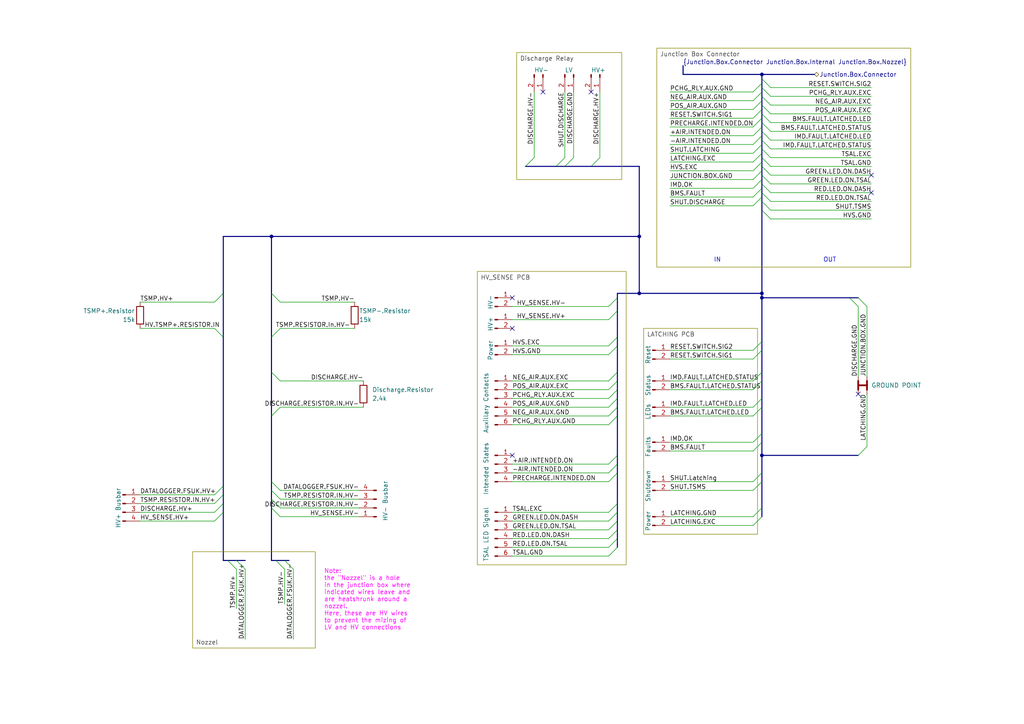
<source format=kicad_sch>
(kicad_sch (version 20230121) (generator eeschema)
  (paper "A4")
  (lib_symbols
    (symbol "Connector:Conn_01x02_Pin" (pin_names (offset 1.016) hide)
      (property "Reference" "J" (at 0 2.54 0))
      (property "Value" "Conn_01x02_Pin" (at 0 -5.08 0))
      (symbol "Conn_01x02_Pin_1_1"
        (polyline (pts (xy 1.27 -2.54) (xy 0.8636 -2.54)) (stroke (width 0.1524)))
        (polyline (pts (xy 1.27 0) (xy 0.8636 0)) (stroke (width 0.1524)))
        (rectangle (start 0.8636 -2.413) (end 0 -2.667) (stroke (width 0.1524)) (fill (type outline)))
        (rectangle (start 0.8636 0.127) (end 0 -0.127) (stroke (width 0.1524)) (fill (type outline)))
        (pin passive line (at 5.08 0 180) (length 3.81) (name "Pin_1") (number "1"))
        (pin passive line (at 5.08 -2.54 180) (length 3.81) (name "Pin_2") (number "2"))
      )
    )
    (symbol "Connector:Conn_01x04_Pin" (pin_names (offset 1.016) hide)
      (property "Reference" "J" (at 0 5.08 0))
      (property "Value" "Conn_01x04_Pin" (at 0 -7.62 0))
      (symbol "Conn_01x04_Pin_1_1"
        (polyline (pts (xy 1.27 -5.08) (xy 0.8636 -5.08)) (stroke (width 0.1524)))
        (polyline (pts (xy 1.27 -2.54) (xy 0.8636 -2.54)) (stroke (width 0.1524)))
        (polyline (pts (xy 1.27 0) (xy 0.8636 0)) (stroke (width 0.1524)))
        (polyline (pts (xy 1.27 2.54) (xy 0.8636 2.54)) (stroke (width 0.1524)))
        (rectangle (start 0.8636 -4.953) (end 0 -5.207) (stroke (width 0.1524)) (fill (type outline)))
        (rectangle (start 0.8636 -2.413) (end 0 -2.667) (stroke (width 0.1524)) (fill (type outline)))
        (rectangle (start 0.8636 0.127) (end 0 -0.127) (stroke (width 0.1524)) (fill (type outline)))
        (rectangle (start 0.8636 2.667) (end 0 2.413) (stroke (width 0.1524)) (fill (type outline)))
        (pin passive line (at 5.08 2.54 180) (length 3.81) (name "Pin_1") (number "1"))
        (pin passive line (at 5.08 0 180) (length 3.81) (name "Pin_2") (number "2"))
        (pin passive line (at 5.08 -2.54 180) (length 3.81) (name "Pin_3") (number "3"))
        (pin passive line (at 5.08 -5.08 180) (length 3.81) (name "Pin_4") (number "4"))
      )
    )
    (symbol "Connector:Conn_01x06_Pin" (pin_names (offset 1.016) hide)
      (property "Reference" "J" (at 0 7.62 0))
      (property "Value" "Conn_01x06_Pin" (at 0 -10.16 0))
      (symbol "Conn_01x06_Pin_1_1"
        (polyline (pts (xy 1.27 -7.62) (xy 0.8636 -7.62)) (stroke (width 0.1524)))
        (polyline (pts (xy 1.27 -5.08) (xy 0.8636 -5.08)) (stroke (width 0.1524)))
        (polyline (pts (xy 1.27 -2.54) (xy 0.8636 -2.54)) (stroke (width 0.1524)))
        (polyline (pts (xy 1.27 0) (xy 0.8636 0)) (stroke (width 0.1524)))
        (polyline (pts (xy 1.27 2.54) (xy 0.8636 2.54)) (stroke (width 0.1524)))
        (polyline (pts (xy 1.27 5.08) (xy 0.8636 5.08)) (stroke (width 0.1524)))
        (rectangle (start 0.8636 -7.493) (end 0 -7.747) (stroke (width 0.1524)) (fill (type outline)))
        (rectangle (start 0.8636 -4.953) (end 0 -5.207) (stroke (width 0.1524)) (fill (type outline)))
        (rectangle (start 0.8636 -2.413) (end 0 -2.667) (stroke (width 0.1524)) (fill (type outline)))
        (rectangle (start 0.8636 0.127) (end 0 -0.127) (stroke (width 0.1524)) (fill (type outline)))
        (rectangle (start 0.8636 2.667) (end 0 2.413) (stroke (width 0.1524)) (fill (type outline)))
        (rectangle (start 0.8636 5.207) (end 0 4.953) (stroke (width 0.1524)) (fill (type outline)))
        (pin passive line (at 5.08 5.08 180) (length 3.81) (name "Pin_1") (number "1"))
        (pin passive line (at 5.08 2.54 180) (length 3.81) (name "Pin_2") (number "2"))
        (pin passive line (at 5.08 0 180) (length 3.81) (name "Pin_3") (number "3"))
        (pin passive line (at 5.08 -2.54 180) (length 3.81) (name "Pin_4") (number "4"))
        (pin passive line (at 5.08 -5.08 180) (length 3.81) (name "Pin_5") (number "5"))
        (pin passive line (at 5.08 -7.62 180) (length 3.81) (name "Pin_6") (number "6"))
      )
    )
    (symbol "Device:NetTie_4" (pin_numbers hide) (pin_names (offset 0) hide) (in_bom no)
      (property "Reference" "NT" (at 0 1.27 0))
      (property "Value" "NetTie_4" (at 0 -3.81 0))
      (symbol "NetTie_4_0_1"
        (polyline (pts (xy -1.27 -2.54) (xy 1.27 -2.54)) (stroke (width 0.508)))
        (polyline (pts (xy -1.27 0) (xy 1.27 0)) (stroke (width 0.508)))
        (polyline (pts (xy 0 -2.54) (xy 0 0)) (stroke (width 0.508)))
      )
      (symbol "NetTie_4_1_1"
        (pin passive line (at -2.54 0 0) (length 2.54) (name "1") (number "1"))
        (pin passive line (at 2.54 0 180) (length 2.54) (name "2") (number "2"))
        (pin passive line (at -2.54 -2.54 0) (length 2.54) (name "3") (number "3"))
        (pin passive line (at 2.54 -2.54 180) (length 2.54) (name "4") (number "4"))
      )
    )
    (symbol "Device:R" (pin_numbers hide) (pin_names (offset 0))
      (property "Reference" "R" (at 2.032 0 90))
      (property "Value" "R" (at 0 0 90))
      (symbol "R_0_1"
        (rectangle (start -1.016 -2.54) (end 1.016 2.54) (stroke (width 0.254)))
      )
      (symbol "R_1_1"
        (pin passive line (at 0 3.81 270) (length 1.27) (name "~") (number "1"))
        (pin passive line (at 0 -3.81 90) (length 1.27) (name "~") (number "2"))
      )
    )
  )
  (junction (at 78.74 68.58))
  (junction (at 220.98 132.08))
  (junction (at 220.98 86.36))
  (junction (at 220.98 21.59))
  (junction (at 220.98 85.09))
  (junction (at 185.42 68.58))
  (junction (at 185.42 85.09))
  (no_connect (at 148.59 132.08))
  (no_connect (at 148.59 86.36))
  (no_connect (at 248.92 114.3))
  (no_connect (at 148.59 95.25))
  (no_connect (at 252.73 50.8))
  (no_connect (at 252.73 55.88))
  (no_connect (at 157.48 26.67))
  (no_connect (at 171.45 26.67))
  (bus_entry (at 220.98 43.18) (size 2.54 2.54))
  (bus_entry (at 64.77 85.09) (size -2.54 2.54))
  (bus_entry (at 179.07 120.65) (size -2.54 2.54))
  (bus_entry (at 179.07 151.13) (size -2.54 2.54))
  (bus_entry (at 220.98 57.15) (size -2.54 2.54))
  (bus_entry (at 179.07 100.33) (size -2.54 2.54))
  (bus_entry (at 179.07 153.67) (size -2.54 2.54))
  (bus_entry (at 179.07 86.36) (size -2.54 2.54))
  (bus_entry (at 220.98 41.91) (size -2.54 2.54))
  (bus_entry (at 220.98 139.7) (size -2.54 2.54))
  (bus_entry (at 179.07 134.62) (size -2.54 2.54))
  (bus_entry (at 179.07 113.03) (size -2.54 2.54))
  (bus_entry (at 220.98 125.73) (size -2.54 2.54))
  (bus_entry (at 220.98 22.86) (size 2.54 2.54))
  (bus_entry (at 220.98 118.11) (size -2.54 2.54))
  (bus_entry (at 78.74 85.09) (size 2.54 2.54))
  (bus_entry (at 64.77 143.51) (size -2.54 2.54))
  (bus_entry (at 80.01 162.56) (size 2.54 2.54))
  (bus_entry (at 220.98 34.29) (size -2.54 2.54))
  (bus_entry (at 78.74 120.65) (size 2.54 -2.54))
  (bus_entry (at 82.55 162.56) (size 2.54 2.54))
  (bus_entry (at 220.98 44.45) (size -2.54 2.54))
  (bus_entry (at 220.98 149.86) (size -2.54 2.54))
  (bus_entry (at 220.98 29.21) (size -2.54 2.54))
  (bus_entry (at 220.98 107.95) (size -2.54 2.54))
  (bus_entry (at 64.77 148.59) (size -2.54 2.54))
  (bus_entry (at 163.83 48.26) (size 2.54 -2.54))
  (bus_entry (at 220.98 33.02) (size 2.54 2.54))
  (bus_entry (at 220.98 49.53) (size -2.54 2.54))
  (bus_entry (at 220.98 48.26) (size 2.54 2.54))
  (bus_entry (at 179.07 132.08) (size -2.54 2.54))
  (bus_entry (at 179.07 137.16) (size -2.54 2.54))
  (bus_entry (at 179.07 90.17) (size -2.54 2.54))
  (bus_entry (at 179.07 97.79) (size -2.54 2.54))
  (bus_entry (at 220.98 26.67) (size -2.54 2.54))
  (bus_entry (at 218.44 34.29) (size 2.54 -2.54))
  (bus_entry (at 64.77 97.79) (size -2.54 -2.54))
  (bus_entry (at 68.58 162.56) (size 2.54 2.54))
  (bus_entry (at 220.98 27.94) (size 2.54 2.54))
  (bus_entry (at 220.98 99.06) (size -2.54 2.54))
  (bus_entry (at 64.77 140.97) (size -2.54 2.54))
  (bus_entry (at 220.98 50.8) (size 2.54 2.54))
  (bus_entry (at 248.92 86.36) (size 2.54 2.54))
  (bus_entry (at 78.74 147.32) (size 2.54 2.54))
  (bus_entry (at 152.4 48.26) (size 2.54 -2.54))
  (bus_entry (at 179.07 118.11) (size -2.54 2.54))
  (bus_entry (at 64.77 146.05) (size -2.54 2.54))
  (bus_entry (at 246.38 86.36) (size 2.54 2.54))
  (bus_entry (at 248.92 132.08) (size 2.54 -2.54))
  (bus_entry (at 220.98 53.34) (size 2.54 2.54))
  (bus_entry (at 220.98 60.96) (size 2.54 2.54))
  (bus_entry (at 220.98 55.88) (size 2.54 2.54))
  (bus_entry (at 179.07 107.95) (size -2.54 2.54))
  (bus_entry (at 179.07 158.75) (size -2.54 2.54))
  (bus_entry (at 220.98 38.1) (size 2.54 2.54))
  (bus_entry (at 220.98 30.48) (size 2.54 2.54))
  (bus_entry (at 220.98 45.72) (size 2.54 2.54))
  (bus_entry (at 220.98 115.57) (size -2.54 2.54))
  (bus_entry (at 220.98 39.37) (size -2.54 2.54))
  (bus_entry (at 220.98 110.49) (size -2.54 2.54))
  (bus_entry (at 179.07 115.57) (size -2.54 2.54))
  (bus_entry (at 220.98 40.64) (size 2.54 2.54))
  (bus_entry (at 220.98 46.99) (size -2.54 2.54))
  (bus_entry (at 220.98 35.56) (size 2.54 2.54))
  (bus_entry (at 220.98 137.16) (size -2.54 2.54))
  (bus_entry (at 78.74 139.7) (size 2.54 2.54))
  (bus_entry (at 220.98 101.6) (size -2.54 2.54))
  (bus_entry (at 78.74 144.78) (size 2.54 2.54))
  (bus_entry (at 220.98 36.83) (size -2.54 2.54))
  (bus_entry (at 220.98 128.27) (size -2.54 2.54))
  (bus_entry (at 179.07 156.21) (size -2.54 2.54))
  (bus_entry (at 171.45 48.26) (size 2.54 -2.54))
  (bus_entry (at 220.98 25.4) (size 2.54 2.54))
  (bus_entry (at 179.07 148.59) (size -2.54 2.54))
  (bus_entry (at 220.98 58.42) (size 2.54 2.54))
  (bus_entry (at 78.74 142.24) (size 2.54 2.54))
  (bus_entry (at 161.29 48.26) (size 2.54 -2.54))
  (bus_entry (at 78.74 97.79) (size 2.54 -2.54))
  (bus_entry (at 78.74 107.95) (size 2.54 2.54))
  (bus_entry (at 220.98 54.61) (size -2.54 2.54))
  (bus_entry (at 220.98 24.13) (size -2.54 2.54))
  (bus_entry (at 179.07 110.49) (size -2.54 2.54))
  (bus_entry (at 220.98 52.07) (size -2.54 2.54))
  (bus_entry (at 179.07 146.05) (size -2.54 2.54))
  (bus_entry (at 220.98 147.32) (size -2.54 2.54))
  (bus_entry (at 66.04 162.56) (size 2.54 2.54))
  (wire (pts (xy 223.52 50.8) (xy 252.73 50.8)))
  (bus (pts (xy 220.98 21.59) (xy 236.22 21.59)))
  (bus (pts (xy 78.74 85.09) (xy 78.74 97.79)))
  (wire (pts (xy 194.31 142.24) (xy 218.44 142.24)))
  (wire (pts (xy 252.73 27.94) (xy 223.52 27.94)))
  (bus (pts (xy 185.42 85.09) (xy 220.98 85.09)))
  (wire (pts (xy 148.59 137.16) (xy 176.53 137.16)))
  (wire (pts (xy 194.31 130.81) (xy 218.44 130.81)))
  (wire (pts (xy 194.31 44.45) (xy 218.44 44.45)))
  (wire (pts (xy 223.52 55.88) (xy 252.73 55.88)))
  (wire (pts (xy 173.99 26.67) (xy 173.99 45.72)))
  (bus (pts (xy 163.83 48.26) (xy 171.45 48.26)))
  (bus (pts (xy 220.98 39.37) (xy 220.98 40.64)))
  (bus (pts (xy 198.12 19.05) (xy 198.12 21.59)))
  (wire (pts (xy 252.73 33.02) (xy 223.52 33.02)))
  (bus (pts (xy 220.98 137.16) (xy 220.98 139.7)))
  (wire (pts (xy 194.31 152.4) (xy 218.44 152.4)))
  (bus (pts (xy 82.55 162.56) (xy 83.82 162.56)))
  (wire (pts (xy 148.59 118.11) (xy 176.53 118.11)))
  (bus (pts (xy 220.98 33.02) (xy 220.98 34.29)))
  (wire (pts (xy 148.59 88.9) (xy 176.53 88.9)))
  (wire (pts (xy 194.31 59.69) (xy 218.44 59.69)))
  (wire (pts (xy 82.55 165.1) (xy 82.55 175.26)))
  (bus (pts (xy 220.98 35.56) (xy 220.98 36.83)))
  (wire (pts (xy 148.59 92.71) (xy 176.53 92.71)))
  (bus (pts (xy 220.98 147.32) (xy 220.98 149.86)))
  (bus (pts (xy 220.98 38.1) (xy 220.98 39.37)))
  (wire (pts (xy 252.73 30.48) (xy 223.52 30.48)))
  (bus (pts (xy 220.98 132.08) (xy 248.92 132.08)))
  (wire (pts (xy 148.59 100.33) (xy 176.53 100.33)))
  (wire (pts (xy 218.44 29.21) (xy 194.31 29.21)))
  (wire (pts (xy 40.64 87.63) (xy 62.23 87.63)))
  (bus (pts (xy 220.98 99.06) (xy 220.98 101.6)))
  (wire (pts (xy 40.64 95.25) (xy 62.23 95.25)))
  (wire (pts (xy 223.52 48.26) (xy 252.73 48.26)))
  (bus (pts (xy 179.07 90.17) (xy 179.07 97.79)))
  (bus (pts (xy 220.98 125.73) (xy 220.98 128.27)))
  (wire (pts (xy 166.37 26.67) (xy 166.37 45.72)))
  (bus (pts (xy 179.07 118.11) (xy 179.07 120.65)))
  (bus (pts (xy 220.98 107.95) (xy 220.98 110.49)))
  (bus (pts (xy 220.98 45.72) (xy 220.98 46.99)))
  (wire (pts (xy 223.52 25.4) (xy 252.73 25.4)))
  (bus (pts (xy 179.07 151.13) (xy 179.07 153.67)))
  (wire (pts (xy 194.31 36.83) (xy 218.44 36.83)))
  (wire (pts (xy 223.52 53.34) (xy 252.73 53.34)))
  (wire (pts (xy 148.59 158.75) (xy 176.53 158.75)))
  (bus (pts (xy 220.98 118.11) (xy 220.98 125.73)))
  (bus (pts (xy 220.98 48.26) (xy 220.98 49.53)))
  (wire (pts (xy 194.31 110.49) (xy 218.44 110.49)))
  (bus (pts (xy 220.98 128.27) (xy 220.98 132.08)))
  (wire (pts (xy 148.59 148.59) (xy 176.53 148.59)))
  (bus (pts (xy 220.98 46.99) (xy 220.98 48.26)))
  (wire (pts (xy 81.28 118.11) (xy 105.41 118.11)))
  (bus (pts (xy 64.77 148.59) (xy 64.77 162.56)))
  (bus (pts (xy 220.98 29.21) (xy 220.98 30.48)))
  (wire (pts (xy 223.52 58.42) (xy 252.73 58.42)))
  (wire (pts (xy 81.28 87.63) (xy 102.87 87.63)))
  (wire (pts (xy 248.92 88.9) (xy 248.92 109.22)))
  (bus (pts (xy 220.98 58.42) (xy 220.98 60.96)))
  (bus (pts (xy 220.98 101.6) (xy 220.98 107.95)))
  (bus (pts (xy 185.42 68.58) (xy 78.74 68.58)))
  (wire (pts (xy 81.28 147.32) (xy 104.14 147.32)))
  (bus (pts (xy 246.38 86.36) (xy 248.92 86.36)))
  (bus (pts (xy 185.42 68.58) (xy 185.42 48.26)))
  (wire (pts (xy 81.28 144.78) (xy 104.14 144.78)))
  (bus (pts (xy 78.74 144.78) (xy 78.74 147.32)))
  (wire (pts (xy 148.59 134.62) (xy 176.53 134.62)))
  (bus (pts (xy 220.98 25.4) (xy 220.98 26.67)))
  (bus (pts (xy 220.98 34.29) (xy 220.98 35.56)))
  (wire (pts (xy 194.31 52.07) (xy 218.44 52.07)))
  (wire (pts (xy 218.44 34.29) (xy 194.31 34.29)))
  (wire (pts (xy 148.59 151.13) (xy 176.53 151.13)))
  (wire (pts (xy 148.59 123.19) (xy 176.53 123.19)))
  (bus (pts (xy 161.29 48.26) (xy 163.83 48.26)))
  (wire (pts (xy 194.31 49.53) (xy 218.44 49.53)))
  (wire (pts (xy 194.31 118.11) (xy 218.44 118.11)))
  (bus (pts (xy 220.98 21.59) (xy 220.98 22.86)))
  (wire (pts (xy 194.31 113.03) (xy 218.44 113.03)))
  (bus (pts (xy 179.07 107.95) (xy 179.07 110.49)))
  (bus (pts (xy 220.98 86.36) (xy 220.98 99.06)))
  (bus (pts (xy 220.98 22.86) (xy 220.98 24.13)))
  (bus (pts (xy 220.98 40.64) (xy 220.98 41.91)))
  (wire (pts (xy 148.59 115.57) (xy 176.53 115.57)))
  (wire (pts (xy 148.59 161.29) (xy 176.53 161.29)))
  (wire (pts (xy 40.64 148.59) (xy 62.23 148.59)))
  (wire (pts (xy 194.31 128.27) (xy 218.44 128.27)))
  (bus (pts (xy 78.74 142.24) (xy 78.74 144.78)))
  (bus (pts (xy 220.98 41.91) (xy 220.98 43.18)))
  (bus (pts (xy 220.98 53.34) (xy 220.98 54.61)))
  (wire (pts (xy 148.59 156.21) (xy 176.53 156.21)))
  (wire (pts (xy 81.28 149.86) (xy 104.14 149.86)))
  (bus (pts (xy 78.74 139.7) (xy 78.74 142.24)))
  (wire (pts (xy 148.59 120.65) (xy 176.53 120.65)))
  (wire (pts (xy 194.31 54.61) (xy 218.44 54.61)))
  (wire (pts (xy 85.09 165.1) (xy 85.09 185.42)))
  (bus (pts (xy 220.98 54.61) (xy 220.98 55.88)))
  (bus (pts (xy 68.58 162.56) (xy 71.12 162.56)))
  (wire (pts (xy 194.31 149.86) (xy 218.44 149.86)))
  (wire (pts (xy 194.31 39.37) (xy 218.44 39.37)))
  (wire (pts (xy 81.28 110.49) (xy 105.41 110.49)))
  (bus (pts (xy 220.98 43.18) (xy 220.98 44.45)))
  (bus (pts (xy 179.07 113.03) (xy 179.07 115.57)))
  (bus (pts (xy 220.98 110.49) (xy 220.98 115.57)))
  (wire (pts (xy 71.12 165.1) (xy 71.12 185.42)))
  (bus (pts (xy 179.07 100.33) (xy 179.07 107.95)))
  (wire (pts (xy 251.46 88.9) (xy 251.46 109.22)))
  (bus (pts (xy 220.98 50.8) (xy 220.98 52.07)))
  (wire (pts (xy 251.46 114.3) (xy 251.46 129.54)))
  (bus (pts (xy 179.07 115.57) (xy 179.07 118.11)))
  (wire (pts (xy 68.58 165.1) (xy 68.58 176.53)))
  (wire (pts (xy 194.31 26.67) (xy 218.44 26.67)))
  (bus (pts (xy 66.04 162.56) (xy 68.58 162.56)))
  (bus (pts (xy 220.98 31.75) (xy 220.98 33.02)))
  (bus (pts (xy 64.77 97.79) (xy 64.77 140.97)))
  (bus (pts (xy 179.07 134.62) (xy 179.07 137.16)))
  (wire (pts (xy 194.31 104.14) (xy 218.44 104.14)))
  (bus (pts (xy 220.98 30.48) (xy 220.98 31.75)))
  (bus (pts (xy 185.42 85.09) (xy 185.42 68.58)))
  (bus (pts (xy 220.98 115.57) (xy 220.98 118.11)))
  (bus (pts (xy 179.07 137.16) (xy 179.07 146.05)))
  (bus (pts (xy 179.07 97.79) (xy 179.07 100.33)))
  (bus (pts (xy 220.98 26.67) (xy 220.98 27.94)))
  (bus (pts (xy 179.07 85.09) (xy 185.42 85.09)))
  (wire (pts (xy 148.59 102.87) (xy 176.53 102.87)))
  (wire (pts (xy 223.52 45.72) (xy 252.73 45.72)))
  (bus (pts (xy 220.98 132.08) (xy 220.98 137.16)))
  (bus (pts (xy 78.74 97.79) (xy 78.74 107.95)))
  (bus (pts (xy 64.77 85.09) (xy 64.77 97.79)))
  (bus (pts (xy 179.07 86.36) (xy 179.07 90.17)))
  (bus (pts (xy 220.98 55.88) (xy 220.98 57.15)))
  (bus (pts (xy 179.07 148.59) (xy 179.07 151.13)))
  (bus (pts (xy 78.74 68.58) (xy 64.77 68.58)))
  (wire (pts (xy 40.64 146.05) (xy 62.23 146.05)))
  (bus (pts (xy 220.98 139.7) (xy 220.98 147.32)))
  (wire (pts (xy 163.83 26.67) (xy 163.83 45.72)))
  (bus (pts (xy 64.77 68.58) (xy 64.77 85.09)))
  (bus (pts (xy 220.98 36.83) (xy 220.98 38.1)))
  (bus (pts (xy 220.98 57.15) (xy 220.98 58.42)))
  (bus (pts (xy 198.12 21.59) (xy 220.98 21.59)))
  (wire (pts (xy 223.52 38.1) (xy 252.73 38.1)))
  (bus (pts (xy 64.77 140.97) (xy 64.77 143.51)))
  (bus (pts (xy 220.98 24.13) (xy 220.98 25.4)))
  (wire (pts (xy 194.31 120.65) (xy 218.44 120.65)))
  (bus (pts (xy 78.74 107.95) (xy 78.74 120.65)))
  (wire (pts (xy 194.31 46.99) (xy 218.44 46.99)))
  (wire (pts (xy 81.28 95.25) (xy 102.87 95.25)))
  (bus (pts (xy 179.07 146.05) (xy 179.07 148.59)))
  (bus (pts (xy 220.98 85.09) (xy 220.98 86.36)))
  (bus (pts (xy 179.07 132.08) (xy 179.07 134.62)))
  (wire (pts (xy 223.52 60.96) (xy 252.73 60.96)))
  (wire (pts (xy 40.64 151.13) (xy 62.23 151.13)))
  (wire (pts (xy 194.31 41.91) (xy 218.44 41.91)))
  (wire (pts (xy 223.52 35.56) (xy 252.73 35.56)))
  (wire (pts (xy 218.44 31.75) (xy 194.31 31.75)))
  (wire (pts (xy 40.64 143.51) (xy 62.23 143.51)))
  (wire (pts (xy 223.52 40.64) (xy 252.73 40.64)))
  (bus (pts (xy 64.77 143.51) (xy 64.77 146.05)))
  (bus (pts (xy 80.01 162.56) (xy 82.55 162.56)))
  (bus (pts (xy 220.98 27.94) (xy 220.98 29.21)))
  (wire (pts (xy 81.28 142.24) (xy 104.14 142.24)))
  (bus (pts (xy 64.77 162.56) (xy 66.04 162.56)))
  (bus (pts (xy 171.45 48.26) (xy 185.42 48.26)))
  (bus (pts (xy 220.98 60.96) (xy 220.98 85.09)))
  (wire (pts (xy 148.59 153.67) (xy 176.53 153.67)))
  (bus (pts (xy 78.74 68.58) (xy 78.74 85.09)))
  (bus (pts (xy 220.98 44.45) (xy 220.98 45.72)))
  (bus (pts (xy 78.74 162.56) (xy 80.01 162.56)))
  (wire (pts (xy 148.59 113.03) (xy 176.53 113.03)))
  (bus (pts (xy 179.07 120.65) (xy 179.07 132.08)))
  (bus (pts (xy 220.98 52.07) (xy 220.98 53.34)))
  (wire (pts (xy 148.59 139.7) (xy 176.53 139.7)))
  (wire (pts (xy 223.52 63.5) (xy 252.73 63.5)))
  (wire (pts (xy 194.31 139.7) (xy 218.44 139.7)))
  (bus (pts (xy 220.98 86.36) (xy 246.38 86.36)))
  (bus (pts (xy 179.07 153.67) (xy 179.07 156.21)))
  (bus (pts (xy 179.07 110.49) (xy 179.07 113.03)))
  (bus (pts (xy 179.07 85.09) (xy 179.07 86.36)))
  (bus (pts (xy 64.77 146.05) (xy 64.77 148.59)))
  (bus (pts (xy 179.07 156.21) (xy 179.07 158.75)))
  (bus (pts (xy 78.74 120.65) (xy 78.74 139.7)))
  (wire (pts (xy 194.31 57.15) (xy 218.44 57.15)))
  (wire (pts (xy 194.31 101.6) (xy 218.44 101.6)))
  (bus (pts (xy 78.74 147.32) (xy 78.74 162.56)))
  (wire (pts (xy 148.59 110.49) (xy 176.53 110.49)))
  (bus (pts (xy 152.4 48.26) (xy 161.29 48.26)))
  (wire (pts (xy 154.94 26.67) (xy 154.94 45.72)))
  (bus (pts (xy 220.98 49.53) (xy 220.98 50.8)))
  (wire (pts (xy 223.52 43.18) (xy 252.73 43.18)))
  (text_box "Nozzel" (at 55.88 160.02 0) (size 35.56 27.94) (stroke (width 0) (color 132 132 0 1)) (effects (font (size 1.27 1.27)) (justify left bottom)))
  (text_box "LATCHING PCB" (at 186.69 95.25 0) (size 33.02 59.69) (stroke (width 0) (color 132 132 0 1)) (effects (font (size 1.27 1.27)) (justify left top)))
  (text_box "Junction Box Connector\n" (at 190.5 13.97 0) (size 73.66 63.5) (stroke (width 0) (color 132 132 0 1)) (effects (font (size 1.27 1.27)) (justify left top)))
  (text_box "Discharge Relay\n" (at 149.86 15.24 0) (size 30.48 36.83) (stroke (width 0) (color 132 132 0 1)) (effects (font (size 1.27 1.27)) (justify left top)))
  (text_box "HV_SENSE PCB\n" (at 138.43 78.74 0) (size 43.18 85.09) (stroke (width 0) (color 132 132 0 1)) (effects (font (size 1.27 1.27)) (justify left top)))
  (text "IN\n" (at 207.01 76.2 0) (effects (font (size 1.27 1.27)) (justify left bottom)))
  (text "Note:\nthe \"Nozzel\" is a hole\nin the junction box where\nindicated wires leave and\nare heatshrunk around a\nnozzel.\nHere, these are HV wires\nto prevent the mizing of\nLV and HV connections" (at 93.98 182.88 0) (effects (font (size 1.27 1.27)) (justify left bottom)))
  (text "OUT\n" (at 238.76 76.2 0) (effects (font (size 1.27 1.27)) (justify left bottom)))
  (label "HVS.GND" (at 252.73 63.5 180))
  (label "PCHG_RLY.AUX.GND" (at 194.31 26.67 0))
  (label "RESET.SWITCH.SIG2" (at 194.31 101.6 0))
  (label "BMS.FAULT.LATCHED.STATUS" (at 194.31 113.03 0))
  (label "HV_SENSE.HV+" (at 149.86 92.71 0))
  (label "TSAL.EXC" (at 252.73 45.72 180))
  (label "POS_AIR.AUX.GND" (at 148.59 118.11 0))
  (label "NEG_AIR.AUX.GND" (at 194.31 29.21 0))
  (label "HV.TSMP+.RESISTOR.IN" (at 41.91 95.25 0))
  (label "POS_AIR.AUX.EXC" (at 252.73 33.02 180))
  (label "NEG_AIR.AUX.GND" (at 148.59 120.65 0))
  (label "IMD.OK" (at 194.31 54.61 0))
  (label "DATALOGGER.FSUK.HV-" (at 85.09 185.42 90))
  (label "DATALOGGER.FSUK.HV+" (at 71.12 185.42 90))
  (label "TSAL.GND" (at 252.73 48.26 180))
  (label "IMD.FAULT.LATCHED.STATUS" (at 252.73 43.18 180))
  (label "POS_AIR.AUX.GND" (at 194.31 31.75 0))
  (label "JUNCTION.BOX.GND" (at 251.46 109.22 90))
  (label "RED.LED.ON.DASH" (at 148.59 156.21 0))
  (label "TSMP.RESISTOR.IN.HV-" (at 104.14 144.78 180))
  (label "HVS.EXC" (at 194.31 49.53 0))
  (label "TSMP.HV+" (at 68.58 176.53 90))
  (label "POS_AIR.AUX.EXC" (at 148.59 113.03 0))
  (label "IMD.OK" (at 194.31 128.27 0))
  (label "TSAL.GND" (at 148.59 161.29 0))
  (label "DISCHARGE.HV+" (at 173.99 26.67 270))
  (label "-AIR.INTENDED.ON" (at 194.31 41.91 0))
  (label "JUNCTION.BOX.GND" (at 194.31 52.07 0))
  (label "IMD.FAULT.LATCHED.STATUS" (at 194.31 110.49 0))
  (label "PCHG_RLY.AUX.GND" (at 148.59 123.19 0))
  (label "+AIR.INTENDED.ON" (at 148.59 134.62 0))
  (label "PCHG_RLY.AUX.EXC" (at 148.59 115.57 0))
  (label "HVS.EXC" (at 148.59 100.33 0))
  (label "IMD.FAULT.LATCHED.LED" (at 194.31 118.11 0))
  (label "SHUT.DISCHARGE" (at 163.83 26.67 270))
  (label "IMD.FAULT.LATCHED.LED" (at 252.73 40.64 180))
  (label "TSMP.HV-" (at 102.87 87.63 180))
  (label "RESET.SWITCH.SIG1" (at 194.31 104.14 0))
  (label "BMS.FAULT" (at 194.31 57.15 0))
  (label "TSMP.HV-" (at 82.55 175.26 90))
  (label "RED.LED.ON.TSAL" (at 148.59 158.75 0))
  (label "DISCHARGE.RESISTOR.IN.HV-" (at 104.14 147.32 180))
  (label "HV_SENSE.HV+" (at 40.64 151.13 0))
  (label "PRECHARGE.INTENDED.ON" (at 194.31 36.83 0))
  (label "LATCHING.GND" (at 251.46 114.3 270))
  (label "SHUT.Latching" (at 194.31 139.7 0))
  (label "SHUT.TSMS" (at 252.73 60.96 180))
  (label "HV_SENSE.HV-" (at 104.14 149.86 180))
  (label "RED.LED.ON.TSAL" (at 252.73 58.42 180))
  (label "DISCHARGE.HV-" (at 154.94 26.67 270))
  (label "RESET.SWITCH.SIG2" (at 252.73 25.4 180))
  (label "SHUT.DISCHARGE" (at 194.31 59.69 0))
  (label "GREEN.LED.ON.DASH" (at 148.59 151.13 0))
  (label "LATCHING.EXC" (at 194.31 152.4 0))
  (label "GREEN.LED.ON.TSAL" (at 148.59 153.67 0))
  (label "NEG_AIR.AUX.EXC" (at 148.59 110.49 0))
  (label "GREEN.LED.ON.TSAL" (at 252.73 53.34 180))
  (label "TSAL.EXC" (at 148.59 148.59 0))
  (label "+AIR.INTENDED.ON" (at 194.31 39.37 0))
  (label "GREEN.LED.ON.DASH" (at 252.73 50.8 180))
  (label "DISCHARGE.RESISTOR.IN.HV-" (at 104.14 118.11 180))
  (label "BMS.FAULT.LATCHED.LED" (at 252.73 35.56 180))
  (label "TSMP.RESISTOR.IN.HV+" (at 40.64 146.05 0))
  (label "{Junction.Box.Connector Junction.Box.Internal Junction.Box.Nozzel}" (at 198.12 19.05 0))
  (label "PCHG_RLY.AUX.EXC" (at 252.73 27.94 180))
  (label "BMS.FAULT.LATCHED.STATUS" (at 252.73 38.1 180))
  (label "DISCHARGE.GND" (at 248.92 109.22 90))
  (label "LATCHING.EXC" (at 194.31 46.99 0))
  (label "SHUT.LATCHING" (at 194.31 44.45 0))
  (label "BMS.FAULT" (at 194.31 130.81 0))
  (label "TSMP.HV+" (at 40.64 87.63 0))
  (label "LATCHING.GND" (at 194.31 149.86 0))
  (label "HVS.GND" (at 148.59 102.87 0))
  (label "PRECHARGE.INTENDED.ON" (at 148.59 139.7 0))
  (label "HV_SENSE.HV-" (at 149.86 88.9 0))
  (label "SHUT.TSMS" (at 194.31 142.24 0))
  (label "DISCHARGE.HV-" (at 105.41 110.49 180))
  (label "DISCHARGE.HV+" (at 40.64 148.59 0))
  (label "NEG_AIR.AUX.EXC" (at 252.73 30.48 180))
  (label "TSMP.RESISTOR.In.HV-" (at 101.6 95.25 180))
  (label "RESET.SWITCH.SIG1" (at 194.31 34.29 0))
  (label "DISCHARGE.GND" (at 166.37 26.67 270))
  (label "-AIR.INTENDED.ON" (at 148.59 137.16 0))
  (label "BMS.FAULT.LATCHED.LED" (at 194.31 120.65 0))
  (label "DATALOGGER.FSUK.HV+" (at 40.64 143.51 0))
  (label "RED.LED.ON.DASH" (at 252.73 55.88 180))
  (label "DATALOGGER.FSUK.HV-" (at 104.14 142.24 180))
  (hierarchical_label "Junction.Box.Connector" (shape bidirectional) (at 236.22 21.59 0))
  (symbol (lib_id "Connector:Conn_01x02_Pin") (at 189.23 110.49 0) (unit 1)
    (property "Reference" "J29" (effects hide))
    (property "Value" "Status" (at 187.96 111.76 90))
  )
  (symbol (lib_id "Connector:Conn_01x02_Pin") (at 173.99 21.59 270) (unit 1)
    (property "Reference" "J38" (effects hide))
    (property "Value" "HV+" (at 171.45 20.32 90) (effects (justify left)))
  )
  (symbol (lib_id "Connector:Conn_01x04_Pin") (at 143.51 134.62 0) (unit 1)
    (property "Reference" "J35" (effects hide))
    (property "Value" "Intended States" (at 140.97 135.89 90))
  )
  (symbol (lib_id "Device:NetTie_4") (at 248.92 111.76 90) (unit 1) (in_bom no)
    (property "Reference" "NT8" (effects hide))
    (property "Value" "GROUND POINT" (at 252.73 111.76 90) (effects (justify right)))
  )
  (symbol (lib_id "Connector:Conn_01x02_Pin") (at 189.23 118.11 0) (unit 1)
    (property "Reference" "J28" (effects hide))
    (property "Value" "LEDs" (at 187.96 119.38 90))
  )
  (symbol (lib_id "Connector:Conn_01x04_Pin") (at 35.56 146.05 0) (unit 1)
    (property "Reference" "J39" (effects hide))
    (property "Value" "HV+ Busbar" (at 34.29 147.32 90))
  )
  (symbol (lib_id "Connector:Conn_01x02_Pin") (at 143.51 86.36 0) (unit 1)
    (property "Reference" "J91" (effects hide))
    (property "Value" "HV-" (at 142.24 87.63 90))
  )
  (symbol (lib_id "Connector:Conn_01x06_Pin") (at 143.51 153.67 0) (unit 1)
    (property "Reference" "J36" (effects hide))
    (property "Value" "TSAL LED Signal" (at 140.97 154.94 90))
  )
  (symbol (lib_id "Connector:Conn_01x02_Pin") (at 189.23 149.86 0) (unit 1)
    (property "Reference" "J18" (effects hide))
    (property "Value" "Power" (at 187.96 151.13 90))
  )
  (symbol (lib_id "Connector:Conn_01x04_Pin") (at 109.22 147.32 180) (unit 1)
    (property "Reference" "J40" (effects hide))
    (property "Value" "HV- Busbar" (at 111.76 151.13 90) (effects (justify right)))
  )
  (symbol (lib_id "Connector:Conn_01x02_Pin") (at 157.48 21.59 270) (unit 1)
    (property "Reference" "J90" (effects hide))
    (property "Value" "HV-" (at 154.94 20.32 90) (effects (justify left)))
  )
  (symbol (lib_id "Device:R") (at 105.41 114.3 0) (unit 1)
    (property "Reference" "Discharge.Resistor" (at 107.95 113.03 0) (effects (justify left)))
    (property "Value" "2.4k" (at 107.95 115.57 0) (effects (justify left)))
  )
  (symbol (lib_id "Connector:Conn_01x02_Pin") (at 143.51 100.33 0) (unit 1)
    (property "Reference" "J33" (effects hide))
    (property "Value" "Power" (at 142.24 101.6 90))
  )
  (symbol (lib_id "Device:R") (at 40.64 91.44 0) (unit 1)
    (property "Reference" "TSMP+.Resistor" (at 24.13 90.17 0) (effects (justify left)))
    (property "Value" "15k" (at 35.56 92.71 0) (effects (justify left)))
  )
  (symbol (lib_id "Device:R") (at 102.87 91.44 0) (unit 1)
    (property "Reference" "TSMP-.Resistor" (at 104.14 90.17 0) (effects (justify left)))
    (property "Value" "15k" (at 104.14 92.71 0) (effects (justify left)))
  )
  (symbol (lib_id "Connector:Conn_01x02_Pin") (at 189.23 101.6 0) (unit 1)
    (property "Reference" "J30" (effects hide))
    (property "Value" "Reset" (at 187.96 102.87 90))
  )
  (symbol (lib_id "Connector:Conn_01x02_Pin") (at 189.23 128.27 0) (unit 1)
    (property "Reference" "J27" (effects hide))
    (property "Value" "Faults" (at 187.96 129.54 90))
  )
  (symbol (lib_id "Connector:Conn_01x02_Pin") (at 166.37 21.59 270) (unit 1)
    (property "Reference" "J89" (effects hide))
    (property "Value" "LV" (at 163.83 20.32 90) (effects (justify left)))
  )
  (symbol (lib_id "Connector:Conn_01x02_Pin") (at 143.51 92.71 0) (unit 1)
    (property "Reference" "J37" (effects hide))
    (property "Value" "HV+" (at 142.24 93.98 90))
  )
  (symbol (lib_id "Connector:Conn_01x02_Pin") (at 189.23 139.7 0) (unit 1)
    (property "Reference" "J26" (effects hide))
    (property "Value" "Shutdown" (at 187.96 140.97 90))
  )
  (symbol (lib_id "Connector:Conn_01x06_Pin") (at 143.51 115.57 0) (unit 1)
    (property "Reference" "J34" (effects hide))
    (property "Value" "Auxillary Contacts" (at 140.97 116.84 90))
  )
)
</source>
